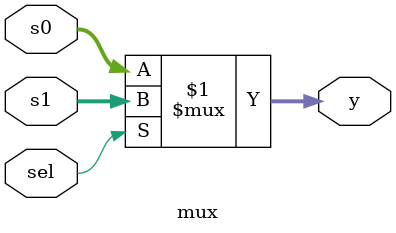
<source format=sv>
`timescale 1ns / 1ps


module mux(
    input logic sel,
    input logic [31:0] s0,
    input logic [31:0] s1,
    output logic [31:0] y
    );
    assign y=sel?s1:s0;
endmodule

</source>
